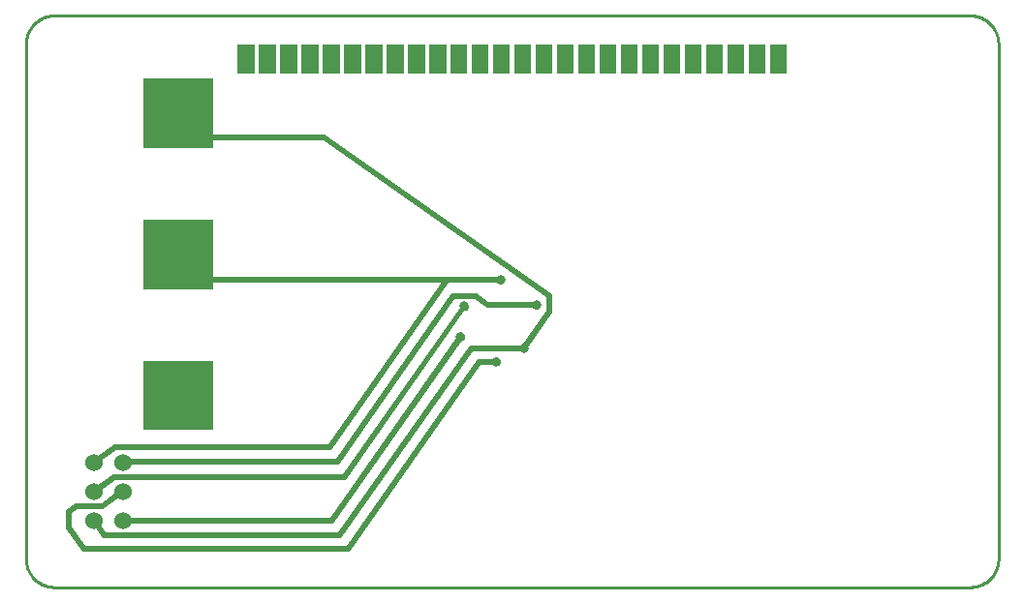
<source format=gbl>
G04 (created by PCBNEW-RS274X (2012-apr-16-27)-stable) date Sat 31 Aug 2013 11:02:28 PM CEST*
G01*
G70*
G90*
%MOIN*%
G04 Gerber Fmt 3.4, Leading zero omitted, Abs format*
%FSLAX34Y34*%
G04 APERTURE LIST*
%ADD10C,0.006000*%
%ADD11C,0.000100*%
%ADD12C,0.010000*%
%ADD13C,0.060000*%
%ADD14C,0.032000*%
G04 APERTURE END LIST*
G54D10*
G54D11*
G36*
X40613Y-33916D02*
X40577Y-33920D01*
X40544Y-33932D01*
X40515Y-33951D01*
X40491Y-33975D01*
X38731Y-33975D01*
X34686Y-39749D01*
X27328Y-39749D01*
X26637Y-40235D01*
X26623Y-40232D01*
X26584Y-40238D01*
X26549Y-40256D01*
X26522Y-40283D01*
X26504Y-40317D01*
X26498Y-40357D01*
X26504Y-40396D01*
X26522Y-40430D01*
X26549Y-40458D01*
X26584Y-40475D01*
X26623Y-40482D01*
X26660Y-40476D01*
X26693Y-40460D01*
X26719Y-40436D01*
X26738Y-40405D01*
X27390Y-39947D01*
X34790Y-39947D01*
X38831Y-34173D01*
X40491Y-34173D01*
X40515Y-34197D01*
X40544Y-34216D01*
X40577Y-34228D01*
X40613Y-34232D01*
X40655Y-34226D01*
X40693Y-34210D01*
X40725Y-34186D01*
X40750Y-34155D01*
X40767Y-34117D01*
X40772Y-34075D01*
X40767Y-34033D01*
X40750Y-33995D01*
X40725Y-33963D01*
X40693Y-33938D01*
X40655Y-33921D01*
X40613Y-33916D01*
X40613Y-33916D01*
X40613Y-33916D01*
G37*
G36*
X38939Y-34548D02*
X34946Y-40249D01*
X27686Y-40249D01*
X27656Y-40236D01*
X27623Y-40232D01*
X27584Y-40238D01*
X27549Y-40256D01*
X27522Y-40283D01*
X27504Y-40317D01*
X27498Y-40357D01*
X27504Y-40396D01*
X27522Y-40430D01*
X27549Y-40458D01*
X27584Y-40475D01*
X27623Y-40482D01*
X27654Y-40477D01*
X27682Y-40465D01*
X27706Y-40447D01*
X35050Y-40447D01*
X39040Y-34746D01*
X39738Y-34746D01*
X40147Y-35037D01*
X41724Y-35037D01*
X41748Y-35060D01*
X41777Y-35078D01*
X41810Y-35089D01*
X41845Y-35093D01*
X41887Y-35087D01*
X41924Y-35071D01*
X41956Y-35046D01*
X41980Y-35013D01*
X41996Y-34975D01*
X42002Y-34933D01*
X41996Y-34891D01*
X41980Y-34854D01*
X41956Y-34822D01*
X41924Y-34798D01*
X41887Y-34782D01*
X41845Y-34777D01*
X41809Y-34781D01*
X41775Y-34793D01*
X41745Y-34811D01*
X41720Y-34836D01*
X40206Y-34839D01*
X39790Y-34548D01*
X38939Y-34548D01*
X38939Y-34548D01*
X38939Y-34548D01*
G37*
G36*
X39363Y-34832D02*
X39321Y-34838D01*
X39284Y-34854D01*
X39252Y-34878D01*
X39228Y-34909D01*
X39212Y-34947D01*
X39206Y-34989D01*
X39208Y-35014D01*
X39213Y-35037D01*
X35206Y-40759D01*
X27304Y-40759D01*
X26627Y-41232D01*
X26623Y-41232D01*
X26584Y-41238D01*
X26549Y-41256D01*
X26522Y-41283D01*
X26504Y-41317D01*
X26498Y-41357D01*
X26504Y-41396D01*
X26522Y-41430D01*
X26549Y-41458D01*
X26584Y-41475D01*
X26623Y-41482D01*
X26663Y-41475D01*
X26697Y-41457D01*
X26724Y-41430D01*
X26741Y-41395D01*
X27370Y-40954D01*
X35307Y-40954D01*
X39373Y-35148D01*
X39412Y-35140D01*
X39447Y-35123D01*
X39477Y-35098D01*
X39499Y-35066D01*
X39514Y-35029D01*
X39519Y-34989D01*
X39513Y-34947D01*
X39498Y-34909D01*
X39473Y-34878D01*
X39442Y-34854D01*
X39404Y-34838D01*
X39363Y-34832D01*
X39363Y-34832D01*
X39363Y-34832D01*
G37*
G36*
X39238Y-35878D02*
X39196Y-35883D01*
X39159Y-35900D01*
X39127Y-35925D01*
X39103Y-35957D01*
X39087Y-35995D01*
X39081Y-36037D01*
X39083Y-36060D01*
X39088Y-36082D01*
X34762Y-42259D01*
X27699Y-42259D01*
X27677Y-42244D01*
X27651Y-42235D01*
X27623Y-42232D01*
X27584Y-42238D01*
X27549Y-42256D01*
X27522Y-42283D01*
X27504Y-42317D01*
X27498Y-42357D01*
X27504Y-42396D01*
X27522Y-42430D01*
X27549Y-42458D01*
X27584Y-42475D01*
X27623Y-42482D01*
X27662Y-42474D01*
X27696Y-42454D01*
X34870Y-42454D01*
X39255Y-36190D01*
X39293Y-36181D01*
X39327Y-36164D01*
X39356Y-36141D01*
X39378Y-36111D01*
X39392Y-36076D01*
X39397Y-36037D01*
X39392Y-35995D01*
X39375Y-35957D01*
X39350Y-35925D01*
X39318Y-35900D01*
X39280Y-35883D01*
X39238Y-35878D01*
X39238Y-35878D01*
X39238Y-35878D01*
G37*
G36*
X41415Y-36266D02*
X41378Y-36271D01*
X41344Y-36284D01*
X41314Y-36303D01*
X41290Y-36329D01*
X39543Y-36329D01*
X35036Y-42766D01*
X27036Y-42766D01*
X26748Y-42357D01*
X26748Y-42353D01*
X26741Y-42315D01*
X26723Y-42281D01*
X26696Y-42255D01*
X26662Y-42238D01*
X26623Y-42232D01*
X26584Y-42238D01*
X26549Y-42256D01*
X26522Y-42283D01*
X26504Y-42317D01*
X26498Y-42357D01*
X26505Y-42398D01*
X26525Y-42432D01*
X26555Y-42458D01*
X26592Y-42475D01*
X26932Y-42961D01*
X35137Y-42961D01*
X39644Y-36523D01*
X41293Y-36523D01*
X41318Y-36547D01*
X41346Y-36566D01*
X41379Y-36578D01*
X41415Y-36582D01*
X41457Y-36577D01*
X41494Y-36560D01*
X41526Y-36535D01*
X41550Y-36503D01*
X41565Y-36465D01*
X41571Y-36423D01*
X41565Y-36381D01*
X41550Y-36343D01*
X41526Y-36312D01*
X41494Y-36288D01*
X41457Y-36272D01*
X41415Y-36266D01*
X41415Y-36266D01*
X41415Y-36266D01*
G37*
G36*
X40470Y-36742D02*
X40432Y-36747D01*
X40397Y-36760D01*
X40367Y-36781D01*
X40342Y-36808D01*
X39835Y-36808D01*
X35328Y-43246D01*
X26338Y-43246D01*
X25859Y-42562D01*
X25859Y-42096D01*
X26061Y-41954D01*
X26939Y-41954D01*
X27616Y-41482D01*
X27623Y-41482D01*
X27663Y-41475D01*
X27697Y-41458D01*
X27724Y-41430D01*
X27742Y-41396D01*
X27748Y-41357D01*
X27742Y-41317D01*
X27724Y-41283D01*
X27697Y-41256D01*
X27663Y-41238D01*
X27623Y-41232D01*
X27584Y-41238D01*
X27550Y-41255D01*
X27523Y-41282D01*
X27505Y-41315D01*
X26877Y-41759D01*
X26002Y-41759D01*
X25665Y-41996D01*
X25665Y-42624D01*
X26238Y-43440D01*
X35429Y-43440D01*
X39936Y-37003D01*
X40352Y-37003D01*
X40376Y-37024D01*
X40405Y-37041D01*
X40436Y-37051D01*
X40470Y-37055D01*
X40512Y-37049D01*
X40549Y-37033D01*
X40581Y-37009D01*
X40605Y-36977D01*
X40621Y-36940D01*
X40627Y-36898D01*
X40621Y-36857D01*
X40605Y-36819D01*
X40581Y-36788D01*
X40549Y-36763D01*
X40512Y-36748D01*
X40470Y-36742D01*
X40470Y-36742D01*
X40470Y-36742D01*
G37*
G36*
X28321Y-27152D02*
X28321Y-29541D01*
X30713Y-29541D01*
X30713Y-29284D01*
X34515Y-29284D01*
X42189Y-34655D01*
X42193Y-35145D01*
X41331Y-36371D01*
X41488Y-36489D01*
X42387Y-35204D01*
X42387Y-34558D01*
X34571Y-29086D01*
X30713Y-29086D01*
X30713Y-27152D01*
X28321Y-27152D01*
X28321Y-27152D01*
X28321Y-27152D01*
G37*
G36*
X28321Y-32006D02*
X28321Y-34395D01*
X30713Y-34395D01*
X30713Y-34173D01*
X38821Y-34173D01*
X38818Y-33975D01*
X30713Y-33975D01*
X30713Y-32006D01*
X28321Y-32006D01*
X28321Y-32006D01*
X28321Y-32006D01*
G37*
G36*
X28321Y-36860D02*
X28321Y-39249D01*
X30713Y-39249D01*
X30713Y-36860D01*
X28321Y-36860D01*
X28321Y-36860D01*
X28321Y-36860D01*
G37*
G36*
X31563Y-26959D02*
X32148Y-26959D01*
X32148Y-25959D01*
X31563Y-25959D01*
X31563Y-26959D01*
X31563Y-26959D01*
G37*
G36*
X32296Y-26959D02*
X32881Y-26959D01*
X32881Y-25959D01*
X32296Y-25959D01*
X32296Y-26959D01*
X32296Y-26959D01*
G37*
G36*
X33028Y-26959D02*
X33613Y-26959D01*
X33613Y-25959D01*
X33028Y-25959D01*
X33028Y-26959D01*
X33028Y-26959D01*
G37*
G36*
X33761Y-26959D02*
X34346Y-26959D01*
X34346Y-25959D01*
X33761Y-25959D01*
X33761Y-26959D01*
X33761Y-26959D01*
G37*
G36*
X34493Y-26959D02*
X35078Y-26959D01*
X35078Y-25959D01*
X34493Y-25959D01*
X34493Y-26959D01*
X34493Y-26959D01*
G37*
G36*
X35226Y-26959D02*
X35811Y-26959D01*
X35811Y-25959D01*
X35226Y-25959D01*
X35226Y-26959D01*
X35226Y-26959D01*
G37*
G36*
X35958Y-26959D02*
X36543Y-26959D01*
X36543Y-25959D01*
X35958Y-25959D01*
X35958Y-26959D01*
X35958Y-26959D01*
G37*
G36*
X36691Y-26959D02*
X37276Y-26959D01*
X37276Y-25959D01*
X36691Y-25959D01*
X36691Y-26959D01*
X36691Y-26959D01*
G37*
G36*
X37423Y-26959D02*
X38008Y-26959D01*
X38008Y-25959D01*
X37423Y-25959D01*
X37423Y-26959D01*
X37423Y-26959D01*
G37*
G36*
X38156Y-26959D02*
X38741Y-26959D01*
X38741Y-25959D01*
X38156Y-25959D01*
X38156Y-26959D01*
X38156Y-26959D01*
G37*
G36*
X38888Y-26959D02*
X39473Y-26959D01*
X39473Y-25959D01*
X38888Y-25959D01*
X38888Y-26959D01*
X38888Y-26959D01*
G37*
G36*
X39621Y-26959D02*
X40206Y-26959D01*
X40206Y-25959D01*
X39621Y-25959D01*
X39621Y-26959D01*
X39621Y-26959D01*
G37*
G36*
X40353Y-26959D02*
X40938Y-26959D01*
X40938Y-25959D01*
X40353Y-25959D01*
X40353Y-26959D01*
X40353Y-26959D01*
G37*
G36*
X41086Y-26959D02*
X41671Y-26959D01*
X41671Y-25959D01*
X41086Y-25959D01*
X41086Y-26959D01*
X41086Y-26959D01*
G37*
G36*
X41818Y-26959D02*
X42403Y-26959D01*
X42403Y-25959D01*
X41818Y-25959D01*
X41818Y-26959D01*
X41818Y-26959D01*
G37*
G36*
X42551Y-26959D02*
X43136Y-26959D01*
X43136Y-25959D01*
X42551Y-25959D01*
X42551Y-26959D01*
X42551Y-26959D01*
G37*
G36*
X43283Y-26959D02*
X43868Y-26959D01*
X43868Y-25959D01*
X43283Y-25959D01*
X43283Y-26959D01*
X43283Y-26959D01*
G37*
G36*
X44016Y-26959D02*
X44601Y-26959D01*
X44601Y-25959D01*
X44016Y-25959D01*
X44016Y-26959D01*
X44016Y-26959D01*
G37*
G36*
X44748Y-26959D02*
X45333Y-26959D01*
X45333Y-25959D01*
X44748Y-25959D01*
X44748Y-26959D01*
X44748Y-26959D01*
G37*
G36*
X45481Y-26959D02*
X46066Y-26959D01*
X46066Y-25959D01*
X45481Y-25959D01*
X45481Y-26959D01*
X45481Y-26959D01*
G37*
G36*
X46213Y-26959D02*
X46798Y-26959D01*
X46798Y-25959D01*
X46213Y-25959D01*
X46213Y-26959D01*
X46213Y-26959D01*
G37*
G36*
X46946Y-26959D02*
X47531Y-26959D01*
X47531Y-25959D01*
X46946Y-25959D01*
X46946Y-26959D01*
X46946Y-26959D01*
G37*
G36*
X47678Y-26959D02*
X48263Y-26959D01*
X48263Y-25959D01*
X47678Y-25959D01*
X47678Y-26959D01*
X47678Y-26959D01*
G37*
G36*
X48411Y-26959D02*
X48996Y-26959D01*
X48996Y-25959D01*
X48411Y-25959D01*
X48411Y-26959D01*
X48411Y-26959D01*
G37*
G36*
X49143Y-26959D02*
X49728Y-26959D01*
X49728Y-25959D01*
X49143Y-25959D01*
X49143Y-26959D01*
X49143Y-26959D01*
G37*
G36*
X49876Y-26959D02*
X50461Y-26959D01*
X50461Y-25959D01*
X49876Y-25959D01*
X49876Y-26959D01*
X49876Y-26959D01*
G37*
G54D12*
X25266Y-24972D02*
X56758Y-24972D01*
X56758Y-24972D02*
X56809Y-24974D01*
X56809Y-24974D02*
X56859Y-24978D01*
X56859Y-24978D02*
X56909Y-24984D01*
X56909Y-24984D02*
X56957Y-24992D01*
X56957Y-24992D02*
X57005Y-25003D01*
X57005Y-25003D02*
X57052Y-25017D01*
X57052Y-25017D02*
X57098Y-25032D01*
X57098Y-25032D02*
X57143Y-25050D01*
X57143Y-25050D02*
X57186Y-25069D01*
X57186Y-25069D02*
X57229Y-25091D01*
X57229Y-25091D02*
X57270Y-25115D01*
X57270Y-25115D02*
X57310Y-25140D01*
X57310Y-25140D02*
X57349Y-25168D01*
X57349Y-25168D02*
X57386Y-25197D01*
X57386Y-25197D02*
X57422Y-25228D01*
X57422Y-25228D02*
X57456Y-25261D01*
X57456Y-25261D02*
X57489Y-25295D01*
X57489Y-25295D02*
X57520Y-25331D01*
X57520Y-25331D02*
X57549Y-25368D01*
X57549Y-25368D02*
X57576Y-25407D01*
X57576Y-25407D02*
X57602Y-25447D01*
X57602Y-25447D02*
X57626Y-25488D01*
X57626Y-25488D02*
X57647Y-25530D01*
X57647Y-25530D02*
X57667Y-25574D01*
X57667Y-25574D02*
X57685Y-25619D01*
X57685Y-25619D02*
X57700Y-25665D01*
X57700Y-25665D02*
X57713Y-25712D01*
X57713Y-25712D02*
X57724Y-25759D01*
X57724Y-25759D02*
X57733Y-25808D01*
X57733Y-25808D02*
X57739Y-25857D01*
X57739Y-25857D02*
X57743Y-25908D01*
X57743Y-25908D02*
X57744Y-25959D01*
X57744Y-25959D02*
X57744Y-43671D01*
X57744Y-43671D02*
X57743Y-43722D01*
X57743Y-43722D02*
X57739Y-43773D01*
X57739Y-43773D02*
X57733Y-43822D01*
X57733Y-43822D02*
X57724Y-43871D01*
X57724Y-43871D02*
X57713Y-43918D01*
X57713Y-43918D02*
X57700Y-43965D01*
X57700Y-43965D02*
X57685Y-44011D01*
X57685Y-44011D02*
X57667Y-44056D01*
X57667Y-44056D02*
X57647Y-44100D01*
X57647Y-44100D02*
X57626Y-44142D01*
X57626Y-44142D02*
X57602Y-44183D01*
X57602Y-44183D02*
X57576Y-44223D01*
X57576Y-44223D02*
X57549Y-44262D01*
X57549Y-44262D02*
X57520Y-44299D01*
X57520Y-44299D02*
X57489Y-44335D01*
X57489Y-44335D02*
X57456Y-44369D01*
X57456Y-44369D02*
X57422Y-44402D01*
X57422Y-44402D02*
X57386Y-44433D01*
X57386Y-44433D02*
X57349Y-44462D01*
X57349Y-44462D02*
X57310Y-44490D01*
X57310Y-44490D02*
X57270Y-44515D01*
X57270Y-44515D02*
X57229Y-44539D01*
X57229Y-44539D02*
X57186Y-44561D01*
X57186Y-44561D02*
X57143Y-44580D01*
X57143Y-44580D02*
X57098Y-44598D01*
X57098Y-44598D02*
X57052Y-44613D01*
X57052Y-44613D02*
X57005Y-44627D01*
X57005Y-44627D02*
X56957Y-44638D01*
X56957Y-44638D02*
X56909Y-44646D01*
X56909Y-44646D02*
X56859Y-44652D01*
X56859Y-44652D02*
X56809Y-44656D01*
X56809Y-44656D02*
X56758Y-44658D01*
X56758Y-44658D02*
X25266Y-44658D01*
X25266Y-44658D02*
X25215Y-44656D01*
X25215Y-44656D02*
X25165Y-44652D01*
X25165Y-44652D02*
X25115Y-44646D01*
X25115Y-44646D02*
X25067Y-44638D01*
X25067Y-44638D02*
X25019Y-44627D01*
X25019Y-44627D02*
X24972Y-44613D01*
X24972Y-44613D02*
X24926Y-44598D01*
X24926Y-44598D02*
X24881Y-44580D01*
X24881Y-44580D02*
X24838Y-44561D01*
X24838Y-44561D02*
X24795Y-44539D01*
X24795Y-44539D02*
X24754Y-44515D01*
X24754Y-44515D02*
X24714Y-44490D01*
X24714Y-44490D02*
X24675Y-44462D01*
X24675Y-44462D02*
X24638Y-44433D01*
X24638Y-44433D02*
X24602Y-44402D01*
X24602Y-44402D02*
X24568Y-44369D01*
X24568Y-44369D02*
X24535Y-44335D01*
X24535Y-44335D02*
X24504Y-44299D01*
X24504Y-44299D02*
X24475Y-44262D01*
X24475Y-44262D02*
X24448Y-44223D01*
X24448Y-44223D02*
X24422Y-44183D01*
X24422Y-44183D02*
X24398Y-44142D01*
X24398Y-44142D02*
X24377Y-44100D01*
X24377Y-44100D02*
X24357Y-44056D01*
X24357Y-44056D02*
X24339Y-44011D01*
X24339Y-44011D02*
X24324Y-43965D01*
X24324Y-43965D02*
X24311Y-43918D01*
X24311Y-43918D02*
X24300Y-43871D01*
X24300Y-43871D02*
X24291Y-43822D01*
X24291Y-43822D02*
X24285Y-43773D01*
X24285Y-43773D02*
X24281Y-43722D01*
X24281Y-43722D02*
X24280Y-43671D01*
X24280Y-43671D02*
X24280Y-25959D01*
X24280Y-25959D02*
X24281Y-25908D01*
X24281Y-25908D02*
X24285Y-25857D01*
X24285Y-25857D02*
X24291Y-25808D01*
X24291Y-25808D02*
X24300Y-25759D01*
X24300Y-25759D02*
X24311Y-25712D01*
X24311Y-25712D02*
X24324Y-25665D01*
X24324Y-25665D02*
X24339Y-25619D01*
X24339Y-25619D02*
X24357Y-25574D01*
X24357Y-25574D02*
X24377Y-25530D01*
X24377Y-25530D02*
X24398Y-25488D01*
X24398Y-25488D02*
X24422Y-25447D01*
X24422Y-25447D02*
X24448Y-25407D01*
X24448Y-25407D02*
X24475Y-25368D01*
X24475Y-25368D02*
X24504Y-25331D01*
X24504Y-25331D02*
X24535Y-25295D01*
X24535Y-25295D02*
X24568Y-25261D01*
X24568Y-25261D02*
X24602Y-25228D01*
X24602Y-25228D02*
X24638Y-25197D01*
X24638Y-25197D02*
X24675Y-25168D01*
X24675Y-25168D02*
X24714Y-25140D01*
X24714Y-25140D02*
X24754Y-25115D01*
X24754Y-25115D02*
X24795Y-25091D01*
X24795Y-25091D02*
X24838Y-25069D01*
X24838Y-25069D02*
X24881Y-25050D01*
X24881Y-25050D02*
X24926Y-25032D01*
X24926Y-25032D02*
X24972Y-25017D01*
X24972Y-25017D02*
X25019Y-25003D01*
X25019Y-25003D02*
X25067Y-24992D01*
X25067Y-24992D02*
X25115Y-24984D01*
X25115Y-24984D02*
X25165Y-24978D01*
X25165Y-24978D02*
X25215Y-24974D01*
X25215Y-24974D02*
X25266Y-24972D01*
X25266Y-24972D02*
X25266Y-24972D01*
G54D13*
X26623Y-40354D03*
X26623Y-41354D03*
X26623Y-42354D03*
X27623Y-40354D03*
X27623Y-41354D03*
X27623Y-42354D03*
G54D14*
X39240Y-36039D03*
X41417Y-36429D03*
X40472Y-36897D03*
X39362Y-34984D03*
X41842Y-34933D03*
X40610Y-34075D03*
M02*

</source>
